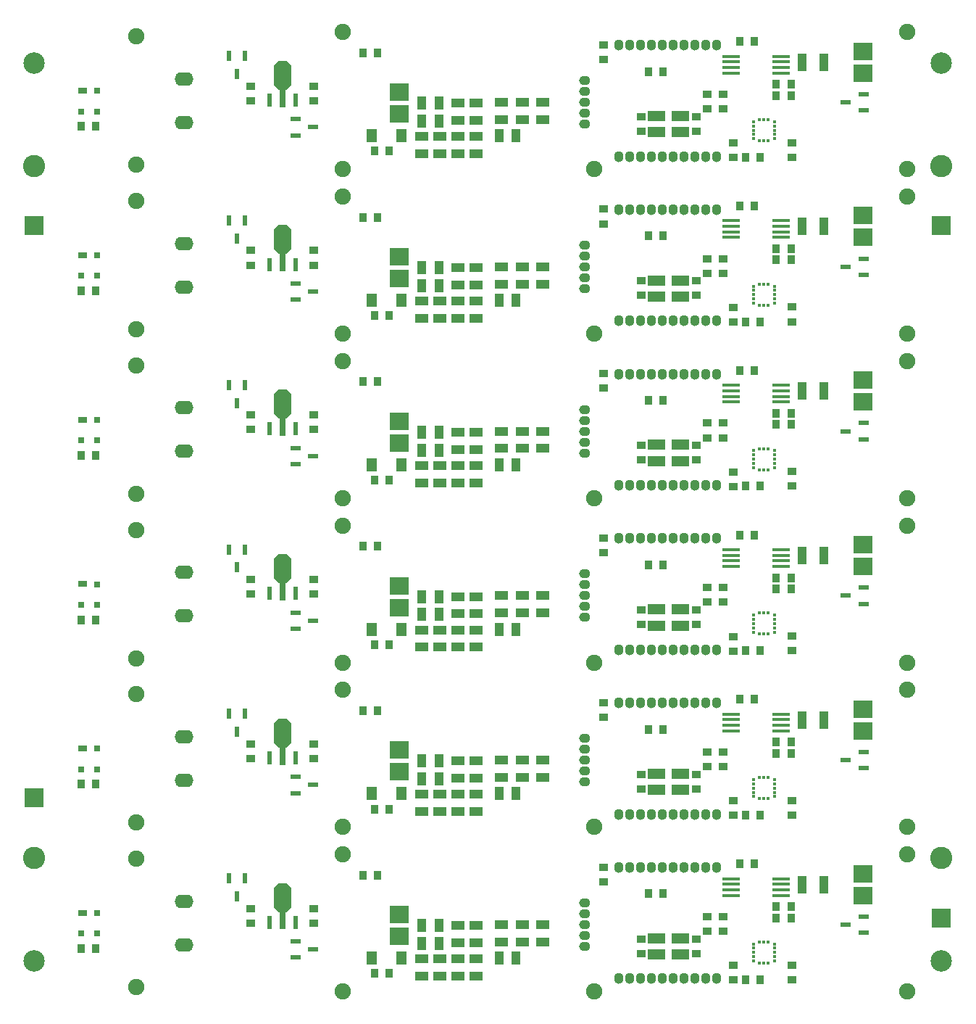
<source format=gbs>
%FSLAX44Y44*%
%MOMM*%
G71*
G01*
G75*
G04 Layer_Color=16711935*
%ADD10R,3.0000X0.5000*%
%ADD11R,2.5000X2.0000*%
%ADD12R,3.5000X2.0000*%
%ADD13R,0.9000X1.0000*%
%ADD14R,1.7000X0.3500*%
%ADD15R,2.2000X0.6000*%
%ADD16R,0.3500X2.1500*%
%ADD17R,0.3500X2.1500*%
%ADD18R,1.0000X2.0000*%
%ADD19R,1.3000X0.6000*%
%ADD20C,1.5000*%
%ADD21R,1.0000X0.9000*%
%ADD22R,1.0000X1.5000*%
%ADD23R,1.5000X1.0000*%
%ADD24R,0.9000X1.5000*%
%ADD25R,2.6000X2.8000*%
%ADD26R,1.0000X0.8000*%
%ADD27R,0.6000X1.3000*%
%ADD28C,0.3000*%
%ADD29C,0.4000*%
%ADD30C,0.5000*%
%ADD31C,0.2500*%
%ADD32C,0.3500*%
%ADD33C,1.0000*%
%ADD34C,0.6000*%
%ADD35C,2.4000*%
%ADD36R,2.0000X2.0000*%
%ADD37C,0.9000*%
%ADD38O,1.1000X1.3000*%
%ADD39O,1.3000X1.1000*%
%ADD40O,2.2000X1.6000*%
%ADD41R,2.2000X2.0000*%
%ADD42C,0.8000*%
%ADD43C,0.7000*%
%ADD44R,0.4500X0.3000*%
%ADD45R,0.3000X0.4500*%
%ADD46R,2.0000X0.3500*%
%ADD47R,0.8000X0.8000*%
%ADD48R,1.2000X1.6000*%
%ADD49R,2.0000X1.2000*%
%ADD50R,0.6000X1.6000*%
%ADD51R,0.7000X2.0000*%
G04:AMPARAMS|DCode=52|XSize=2mm|YSize=3.4mm|CornerRadius=0mm|HoleSize=0mm|Usage=FLASHONLY|Rotation=0.000|XOffset=0mm|YOffset=0mm|HoleType=Round|Shape=Octagon|*
%AMOCTAGOND52*
4,1,8,-0.5000,1.7000,0.5000,1.7000,1.0000,1.2000,1.0000,-1.2000,0.5000,-1.7000,-0.5000,-1.7000,-1.0000,-1.2000,-1.0000,1.2000,-0.5000,1.7000,0.0*
%
%ADD52OCTAGOND52*%

%ADD53C,0.3400*%
%ADD54C,0.2000*%
%ADD55C,0.1000*%
%ADD56C,0.1500*%
%ADD57C,0.2540*%
%ADD58C,1.9000*%
%ADD59C,2.5000*%
%ADD60C,2.6032*%
%ADD61R,2.2032X2.2032*%
D13*
X112000Y64000D02*
D03*
X95000D02*
D03*
X757750Y128000D02*
D03*
X774750D02*
D03*
X907000Y100000D02*
D03*
X924000D02*
D03*
X907000Y113000D02*
D03*
X924000D02*
D03*
X864000Y163000D02*
D03*
X881000D02*
D03*
X888000Y28000D02*
D03*
X871000D02*
D03*
X454250Y35000D02*
D03*
X437250D02*
D03*
X441000Y149750D02*
D03*
X424000D02*
D03*
X112000Y256000D02*
D03*
X95000D02*
D03*
X757750Y320000D02*
D03*
X774750D02*
D03*
X907000Y292000D02*
D03*
X924000D02*
D03*
X907000Y305000D02*
D03*
X924000D02*
D03*
X864000Y355000D02*
D03*
X881000D02*
D03*
X888000Y220000D02*
D03*
X871000D02*
D03*
X454250Y227000D02*
D03*
X437250D02*
D03*
X441000Y341750D02*
D03*
X424000D02*
D03*
X112000Y448000D02*
D03*
X95000D02*
D03*
X757750Y512000D02*
D03*
X774750D02*
D03*
X907000Y484000D02*
D03*
X924000D02*
D03*
X907000Y497000D02*
D03*
X924000D02*
D03*
X864000Y547000D02*
D03*
X881000D02*
D03*
X888000Y412000D02*
D03*
X871000D02*
D03*
X454250Y419000D02*
D03*
X437250D02*
D03*
X441000Y533750D02*
D03*
X424000D02*
D03*
X112000Y640000D02*
D03*
X95000D02*
D03*
X757750Y704000D02*
D03*
X774750D02*
D03*
X907000Y676000D02*
D03*
X924000D02*
D03*
X907000Y689000D02*
D03*
X924000D02*
D03*
X864000Y739000D02*
D03*
X881000D02*
D03*
X888000Y604000D02*
D03*
X871000D02*
D03*
X454250Y611000D02*
D03*
X437250D02*
D03*
X441000Y725750D02*
D03*
X424000D02*
D03*
X112000Y832000D02*
D03*
X95000D02*
D03*
X757750Y896000D02*
D03*
X774750D02*
D03*
X907000Y868000D02*
D03*
X924000D02*
D03*
X907000Y881000D02*
D03*
X924000D02*
D03*
X864000Y931000D02*
D03*
X881000D02*
D03*
X888000Y796000D02*
D03*
X871000D02*
D03*
X454250Y803000D02*
D03*
X437250D02*
D03*
X441000Y917750D02*
D03*
X424000D02*
D03*
X112000Y1024000D02*
D03*
X95000D02*
D03*
X757750Y1088000D02*
D03*
X774750D02*
D03*
X907000Y1060000D02*
D03*
X924000D02*
D03*
X907000Y1073000D02*
D03*
X924000D02*
D03*
X864000Y1123000D02*
D03*
X881000D02*
D03*
X888000Y988000D02*
D03*
X871000D02*
D03*
X454250Y995000D02*
D03*
X437250D02*
D03*
X441000Y1109750D02*
D03*
X424000D02*
D03*
D18*
X936800Y139000D02*
D03*
X962200D02*
D03*
X936800Y331000D02*
D03*
X962200D02*
D03*
X936800Y523000D02*
D03*
X962200D02*
D03*
X936800Y715000D02*
D03*
X962200D02*
D03*
X936800Y907000D02*
D03*
X962200D02*
D03*
X936800Y1099000D02*
D03*
X962200D02*
D03*
D19*
X345001Y53500D02*
D03*
Y72500D02*
D03*
X366001Y63000D02*
D03*
X1009000Y101500D02*
D03*
Y82500D02*
D03*
X988000Y92000D02*
D03*
X345001Y245500D02*
D03*
Y264500D02*
D03*
X366001Y255000D02*
D03*
X1009000Y293500D02*
D03*
Y274500D02*
D03*
X988000Y284000D02*
D03*
X345001Y437500D02*
D03*
Y456500D02*
D03*
X366001Y447000D02*
D03*
X1009000Y485500D02*
D03*
Y466500D02*
D03*
X988000Y476000D02*
D03*
X345001Y629500D02*
D03*
Y648500D02*
D03*
X366001Y639000D02*
D03*
X1009000Y677500D02*
D03*
Y658500D02*
D03*
X988000Y668000D02*
D03*
X345001Y821500D02*
D03*
Y840500D02*
D03*
X366001Y831000D02*
D03*
X1009000Y869500D02*
D03*
Y850500D02*
D03*
X988000Y860000D02*
D03*
X345001Y1013500D02*
D03*
Y1032500D02*
D03*
X366001Y1023000D02*
D03*
X1009000Y1061500D02*
D03*
Y1042500D02*
D03*
X988000Y1052000D02*
D03*
D21*
X844500Y101500D02*
D03*
Y84500D02*
D03*
X826500Y101500D02*
D03*
Y84500D02*
D03*
X705250Y142250D02*
D03*
Y159250D02*
D03*
X748750Y58500D02*
D03*
Y75500D02*
D03*
X813500Y75500D02*
D03*
Y58500D02*
D03*
X925000Y28000D02*
D03*
Y45000D02*
D03*
X856500Y44500D02*
D03*
Y27500D02*
D03*
X293001Y111000D02*
D03*
Y94000D02*
D03*
X366751Y111000D02*
D03*
Y94000D02*
D03*
X844500Y293500D02*
D03*
Y276500D02*
D03*
X826500Y293500D02*
D03*
Y276500D02*
D03*
X705250Y334250D02*
D03*
Y351250D02*
D03*
X748750Y250500D02*
D03*
Y267500D02*
D03*
X813500Y267500D02*
D03*
Y250500D02*
D03*
X925000Y220000D02*
D03*
Y237000D02*
D03*
X856500Y236500D02*
D03*
Y219500D02*
D03*
X293001Y303000D02*
D03*
Y286000D02*
D03*
X366751Y303000D02*
D03*
Y286000D02*
D03*
X844500Y485500D02*
D03*
Y468500D02*
D03*
X826500Y485500D02*
D03*
Y468500D02*
D03*
X705250Y526250D02*
D03*
Y543250D02*
D03*
X748750Y442500D02*
D03*
Y459500D02*
D03*
X813500Y459500D02*
D03*
Y442500D02*
D03*
X925000Y412000D02*
D03*
Y429000D02*
D03*
X856500Y428500D02*
D03*
Y411500D02*
D03*
X293001Y495000D02*
D03*
Y478000D02*
D03*
X366751Y495000D02*
D03*
Y478000D02*
D03*
X844500Y677500D02*
D03*
Y660500D02*
D03*
X826500Y677500D02*
D03*
Y660500D02*
D03*
X705250Y718250D02*
D03*
Y735250D02*
D03*
X748750Y634500D02*
D03*
Y651500D02*
D03*
X813500Y651500D02*
D03*
Y634500D02*
D03*
X925000Y604000D02*
D03*
Y621000D02*
D03*
X856500Y620500D02*
D03*
Y603500D02*
D03*
X293001Y687000D02*
D03*
Y670000D02*
D03*
X366751Y687000D02*
D03*
Y670000D02*
D03*
X844500Y869500D02*
D03*
Y852500D02*
D03*
X826500Y869500D02*
D03*
Y852500D02*
D03*
X705250Y910250D02*
D03*
Y927250D02*
D03*
X748750Y826500D02*
D03*
Y843500D02*
D03*
X813500Y843500D02*
D03*
Y826500D02*
D03*
X925000Y796000D02*
D03*
Y813000D02*
D03*
X856500Y812500D02*
D03*
Y795500D02*
D03*
X293001Y879000D02*
D03*
Y862000D02*
D03*
X366751Y879000D02*
D03*
Y862000D02*
D03*
X844500Y1061500D02*
D03*
Y1044500D02*
D03*
X826500Y1061500D02*
D03*
Y1044500D02*
D03*
X705250Y1102250D02*
D03*
Y1119250D02*
D03*
X748750Y1018500D02*
D03*
Y1035500D02*
D03*
X813500Y1035500D02*
D03*
Y1018500D02*
D03*
X925000Y988000D02*
D03*
Y1005000D02*
D03*
X856500Y1004500D02*
D03*
Y987500D02*
D03*
X293001Y1071000D02*
D03*
Y1054000D02*
D03*
X366751Y1071000D02*
D03*
Y1054000D02*
D03*
D22*
X512999Y70000D02*
D03*
X492999D02*
D03*
Y91000D02*
D03*
X512999D02*
D03*
X582999Y53000D02*
D03*
X602999D02*
D03*
X512999Y262000D02*
D03*
X492999D02*
D03*
Y283000D02*
D03*
X512999D02*
D03*
X582999Y245000D02*
D03*
X602999D02*
D03*
X512999Y454000D02*
D03*
X492999D02*
D03*
Y475000D02*
D03*
X512999D02*
D03*
X582999Y437000D02*
D03*
X602999D02*
D03*
X512999Y646000D02*
D03*
X492999D02*
D03*
Y667000D02*
D03*
X512999D02*
D03*
X582999Y629000D02*
D03*
X602999D02*
D03*
X512999Y838000D02*
D03*
X492999D02*
D03*
Y859000D02*
D03*
X512999D02*
D03*
X582999Y821000D02*
D03*
X602999D02*
D03*
X512999Y1030000D02*
D03*
X492999D02*
D03*
Y1051000D02*
D03*
X512999D02*
D03*
X582999Y1013000D02*
D03*
X602999D02*
D03*
D23*
X513999Y32000D02*
D03*
Y52000D02*
D03*
X492999D02*
D03*
Y32000D02*
D03*
X534999Y52000D02*
D03*
Y32000D02*
D03*
X555999Y52000D02*
D03*
Y32000D02*
D03*
X534999Y91000D02*
D03*
Y71000D02*
D03*
X555999D02*
D03*
Y91000D02*
D03*
X585999Y72000D02*
D03*
Y92000D02*
D03*
X609999Y72000D02*
D03*
Y92000D02*
D03*
X633999Y72000D02*
D03*
Y92000D02*
D03*
X513999Y224000D02*
D03*
Y244000D02*
D03*
X492999D02*
D03*
Y224000D02*
D03*
X534999Y244000D02*
D03*
Y224000D02*
D03*
X555999Y244000D02*
D03*
Y224000D02*
D03*
X534999Y283000D02*
D03*
Y263000D02*
D03*
X555999D02*
D03*
Y283000D02*
D03*
X585999Y264000D02*
D03*
Y284000D02*
D03*
X609999Y264000D02*
D03*
Y284000D02*
D03*
X633999Y264000D02*
D03*
Y284000D02*
D03*
X513999Y416000D02*
D03*
Y436000D02*
D03*
X492999D02*
D03*
Y416000D02*
D03*
X534999Y436000D02*
D03*
Y416000D02*
D03*
X555999Y436000D02*
D03*
Y416000D02*
D03*
X534999Y475000D02*
D03*
Y455000D02*
D03*
X555999D02*
D03*
Y475000D02*
D03*
X585999Y456000D02*
D03*
Y476000D02*
D03*
X609999Y456000D02*
D03*
Y476000D02*
D03*
X633999Y456000D02*
D03*
Y476000D02*
D03*
X513999Y608000D02*
D03*
Y628000D02*
D03*
X492999D02*
D03*
Y608000D02*
D03*
X534999Y628000D02*
D03*
Y608000D02*
D03*
X555999Y628000D02*
D03*
Y608000D02*
D03*
X534999Y667000D02*
D03*
Y647000D02*
D03*
X555999D02*
D03*
Y667000D02*
D03*
X585999Y648000D02*
D03*
Y668000D02*
D03*
X609999Y648000D02*
D03*
Y668000D02*
D03*
X633999Y648000D02*
D03*
Y668000D02*
D03*
X513999Y800000D02*
D03*
Y820000D02*
D03*
X492999D02*
D03*
Y800000D02*
D03*
X534999Y820000D02*
D03*
Y800000D02*
D03*
X555999Y820000D02*
D03*
Y800000D02*
D03*
X534999Y859000D02*
D03*
Y839000D02*
D03*
X555999D02*
D03*
Y859000D02*
D03*
X585999Y840000D02*
D03*
Y860000D02*
D03*
X609999Y840000D02*
D03*
Y860000D02*
D03*
X633999Y840000D02*
D03*
Y860000D02*
D03*
X513999Y992000D02*
D03*
Y1012000D02*
D03*
X492999D02*
D03*
Y992000D02*
D03*
X534999Y1012000D02*
D03*
Y992000D02*
D03*
X555999Y1012000D02*
D03*
Y992000D02*
D03*
X534999Y1051000D02*
D03*
Y1031000D02*
D03*
X555999D02*
D03*
Y1051000D02*
D03*
X585999Y1032000D02*
D03*
Y1052000D02*
D03*
X609999Y1032000D02*
D03*
Y1052000D02*
D03*
X633999Y1032000D02*
D03*
Y1052000D02*
D03*
D26*
X96500Y105700D02*
D03*
Y297700D02*
D03*
Y489700D02*
D03*
Y681700D02*
D03*
Y873700D02*
D03*
Y1065700D02*
D03*
D27*
X276750Y125000D02*
D03*
X286250Y146000D02*
D03*
X267250D02*
D03*
X276750Y317000D02*
D03*
X286250Y338000D02*
D03*
X267250D02*
D03*
X276750Y509000D02*
D03*
X286250Y530000D02*
D03*
X267250D02*
D03*
X276750Y701000D02*
D03*
X286250Y722000D02*
D03*
X267250D02*
D03*
X276750Y893000D02*
D03*
X286250Y914000D02*
D03*
X267250D02*
D03*
X276750Y1085000D02*
D03*
X286250Y1106000D02*
D03*
X267250D02*
D03*
D38*
X722500Y29000D02*
D03*
X735200D02*
D03*
X747900D02*
D03*
X760600D02*
D03*
X773300D02*
D03*
X786000D02*
D03*
X798700D02*
D03*
X811400D02*
D03*
X824100D02*
D03*
X836800D02*
D03*
X722500Y159000D02*
D03*
X735200D02*
D03*
X747900D02*
D03*
X760600D02*
D03*
X773300D02*
D03*
X786000D02*
D03*
X798700D02*
D03*
X811400D02*
D03*
X824100D02*
D03*
X836800D02*
D03*
X722500Y221000D02*
D03*
X735200D02*
D03*
X747900D02*
D03*
X760600D02*
D03*
X773300D02*
D03*
X786000D02*
D03*
X798700D02*
D03*
X811400D02*
D03*
X824100D02*
D03*
X836800D02*
D03*
X722500Y351000D02*
D03*
X735200D02*
D03*
X747900D02*
D03*
X760600D02*
D03*
X773300D02*
D03*
X786000D02*
D03*
X798700D02*
D03*
X811400D02*
D03*
X824100D02*
D03*
X836800D02*
D03*
X722500Y413000D02*
D03*
X735200D02*
D03*
X747900D02*
D03*
X760600D02*
D03*
X773300D02*
D03*
X786000D02*
D03*
X798700D02*
D03*
X811400D02*
D03*
X824100D02*
D03*
X836800D02*
D03*
X722500Y543000D02*
D03*
X735200D02*
D03*
X747900D02*
D03*
X760600D02*
D03*
X773300D02*
D03*
X786000D02*
D03*
X798700D02*
D03*
X811400D02*
D03*
X824100D02*
D03*
X836800D02*
D03*
X722500Y605000D02*
D03*
X735200D02*
D03*
X747900D02*
D03*
X760600D02*
D03*
X773300D02*
D03*
X786000D02*
D03*
X798700D02*
D03*
X811400D02*
D03*
X824100D02*
D03*
X836800D02*
D03*
X722500Y735000D02*
D03*
X735200D02*
D03*
X747900D02*
D03*
X760600D02*
D03*
X773300D02*
D03*
X786000D02*
D03*
X798700D02*
D03*
X811400D02*
D03*
X824100D02*
D03*
X836800D02*
D03*
X722500Y797000D02*
D03*
X735200D02*
D03*
X747900D02*
D03*
X760600D02*
D03*
X773300D02*
D03*
X786000D02*
D03*
X798700D02*
D03*
X811400D02*
D03*
X824100D02*
D03*
X836800D02*
D03*
X722500Y927000D02*
D03*
X735200D02*
D03*
X747900D02*
D03*
X760600D02*
D03*
X773300D02*
D03*
X786000D02*
D03*
X798700D02*
D03*
X811400D02*
D03*
X824100D02*
D03*
X836800D02*
D03*
X722500Y989000D02*
D03*
X735200D02*
D03*
X747900D02*
D03*
X760600D02*
D03*
X773300D02*
D03*
X786000D02*
D03*
X798700D02*
D03*
X811400D02*
D03*
X824100D02*
D03*
X836800D02*
D03*
X722500Y1119000D02*
D03*
X735200D02*
D03*
X747900D02*
D03*
X760600D02*
D03*
X773300D02*
D03*
X786000D02*
D03*
X798700D02*
D03*
X811400D02*
D03*
X824100D02*
D03*
X836800D02*
D03*
D39*
X683250Y117550D02*
D03*
Y104850D02*
D03*
Y92150D02*
D03*
Y79450D02*
D03*
Y66750D02*
D03*
Y309550D02*
D03*
Y296850D02*
D03*
Y284150D02*
D03*
Y271450D02*
D03*
Y258750D02*
D03*
Y501550D02*
D03*
Y488850D02*
D03*
Y476150D02*
D03*
Y463450D02*
D03*
Y450750D02*
D03*
Y693550D02*
D03*
Y680850D02*
D03*
Y668150D02*
D03*
Y655450D02*
D03*
Y642750D02*
D03*
Y885550D02*
D03*
Y872850D02*
D03*
Y860150D02*
D03*
Y847450D02*
D03*
Y834750D02*
D03*
Y1077550D02*
D03*
Y1064850D02*
D03*
Y1052150D02*
D03*
Y1039450D02*
D03*
Y1026750D02*
D03*
D40*
X215000Y68600D02*
D03*
Y119400D02*
D03*
Y260600D02*
D03*
Y311400D02*
D03*
Y452600D02*
D03*
Y503400D02*
D03*
Y644600D02*
D03*
Y695400D02*
D03*
Y836600D02*
D03*
Y887400D02*
D03*
Y1028600D02*
D03*
Y1079400D02*
D03*
D41*
X1008500Y126300D02*
D03*
Y151700D02*
D03*
X466250Y78300D02*
D03*
Y103700D02*
D03*
X1008500Y318300D02*
D03*
Y343700D02*
D03*
X466250Y270300D02*
D03*
Y295700D02*
D03*
X1008500Y510300D02*
D03*
Y535700D02*
D03*
X466250Y462300D02*
D03*
Y487700D02*
D03*
X1008500Y702300D02*
D03*
Y727700D02*
D03*
X466250Y654300D02*
D03*
Y679700D02*
D03*
X1008500Y894300D02*
D03*
Y919700D02*
D03*
X466250Y846300D02*
D03*
Y871700D02*
D03*
X1008500Y1086300D02*
D03*
Y1111700D02*
D03*
X466250Y1038300D02*
D03*
Y1063700D02*
D03*
D44*
X880250Y49500D02*
D03*
Y54500D02*
D03*
Y59500D02*
D03*
Y64500D02*
D03*
Y69500D02*
D03*
X904750D02*
D03*
Y64500D02*
D03*
Y59500D02*
D03*
Y54500D02*
D03*
Y49500D02*
D03*
X880250Y241500D02*
D03*
Y246500D02*
D03*
Y251500D02*
D03*
Y256500D02*
D03*
Y261500D02*
D03*
X904750D02*
D03*
Y256500D02*
D03*
Y251500D02*
D03*
Y246500D02*
D03*
Y241500D02*
D03*
X880250Y433500D02*
D03*
Y438500D02*
D03*
Y443500D02*
D03*
Y448500D02*
D03*
Y453500D02*
D03*
X904750D02*
D03*
Y448500D02*
D03*
Y443500D02*
D03*
Y438500D02*
D03*
Y433500D02*
D03*
X880250Y625500D02*
D03*
Y630500D02*
D03*
Y635500D02*
D03*
Y640500D02*
D03*
Y645500D02*
D03*
X904750D02*
D03*
Y640500D02*
D03*
Y635500D02*
D03*
Y630500D02*
D03*
Y625500D02*
D03*
X880250Y817500D02*
D03*
Y822500D02*
D03*
Y827500D02*
D03*
Y832500D02*
D03*
Y837500D02*
D03*
X904750D02*
D03*
Y832500D02*
D03*
Y827500D02*
D03*
Y822500D02*
D03*
Y817500D02*
D03*
X880250Y1009500D02*
D03*
Y1014500D02*
D03*
Y1019500D02*
D03*
Y1024500D02*
D03*
Y1029500D02*
D03*
X904750D02*
D03*
Y1024500D02*
D03*
Y1019500D02*
D03*
Y1014500D02*
D03*
Y1009500D02*
D03*
D45*
X887500Y71750D02*
D03*
X892500D02*
D03*
X897500D02*
D03*
Y47250D02*
D03*
X892500D02*
D03*
X887500D02*
D03*
Y263750D02*
D03*
X892500D02*
D03*
X897500D02*
D03*
Y239250D02*
D03*
X892500D02*
D03*
X887500D02*
D03*
Y455750D02*
D03*
X892500D02*
D03*
X897500D02*
D03*
Y431250D02*
D03*
X892500D02*
D03*
X887500D02*
D03*
Y647750D02*
D03*
X892500D02*
D03*
X897500D02*
D03*
Y623250D02*
D03*
X892500D02*
D03*
X887500D02*
D03*
Y839750D02*
D03*
X892500D02*
D03*
X897500D02*
D03*
Y815250D02*
D03*
X892500D02*
D03*
X887500D02*
D03*
Y1031750D02*
D03*
X892500D02*
D03*
X897500D02*
D03*
Y1007250D02*
D03*
X892500D02*
D03*
X887500D02*
D03*
D46*
X854500Y126250D02*
D03*
Y132750D02*
D03*
Y139250D02*
D03*
Y145750D02*
D03*
X912500Y126250D02*
D03*
Y132750D02*
D03*
Y139250D02*
D03*
Y145750D02*
D03*
X854500Y318250D02*
D03*
Y324750D02*
D03*
Y331250D02*
D03*
Y337750D02*
D03*
X912500Y318250D02*
D03*
Y324750D02*
D03*
Y331250D02*
D03*
Y337750D02*
D03*
X854500Y510250D02*
D03*
Y516750D02*
D03*
Y523250D02*
D03*
Y529750D02*
D03*
X912500Y510250D02*
D03*
Y516750D02*
D03*
Y523250D02*
D03*
Y529750D02*
D03*
X854500Y702250D02*
D03*
Y708750D02*
D03*
Y715250D02*
D03*
Y721750D02*
D03*
X912500Y702250D02*
D03*
Y708750D02*
D03*
Y715250D02*
D03*
Y721750D02*
D03*
X854500Y894250D02*
D03*
Y900750D02*
D03*
Y907250D02*
D03*
Y913750D02*
D03*
X912500Y894250D02*
D03*
Y900750D02*
D03*
Y907250D02*
D03*
Y913750D02*
D03*
X854500Y1086250D02*
D03*
Y1092750D02*
D03*
Y1099250D02*
D03*
Y1105750D02*
D03*
X912500Y1086250D02*
D03*
Y1092750D02*
D03*
Y1099250D02*
D03*
Y1105750D02*
D03*
D47*
X113500Y105500D02*
D03*
X94500Y81500D02*
D03*
X113500D02*
D03*
Y297500D02*
D03*
X94500Y273500D02*
D03*
X113500D02*
D03*
Y489500D02*
D03*
X94500Y465500D02*
D03*
X113500D02*
D03*
Y681500D02*
D03*
X94500Y657500D02*
D03*
X113500D02*
D03*
Y873500D02*
D03*
X94500Y849500D02*
D03*
X113500D02*
D03*
Y1065500D02*
D03*
X94500Y1041500D02*
D03*
X113500D02*
D03*
D48*
X468750Y53000D02*
D03*
X434250D02*
D03*
X468750Y245000D02*
D03*
X434250D02*
D03*
X468750Y437000D02*
D03*
X434250D02*
D03*
X468750Y629000D02*
D03*
X434250D02*
D03*
X468750Y821000D02*
D03*
X434250D02*
D03*
X468750Y1013000D02*
D03*
X434250D02*
D03*
D49*
X767250Y57250D02*
D03*
X795250D02*
D03*
Y76250D02*
D03*
X767250D02*
D03*
Y249250D02*
D03*
X795250D02*
D03*
Y268250D02*
D03*
X767250D02*
D03*
Y441250D02*
D03*
X795250D02*
D03*
Y460250D02*
D03*
X767250D02*
D03*
Y633250D02*
D03*
X795250D02*
D03*
Y652250D02*
D03*
X767250D02*
D03*
Y825250D02*
D03*
X795250D02*
D03*
Y844250D02*
D03*
X767250D02*
D03*
Y1017250D02*
D03*
X795250D02*
D03*
Y1036250D02*
D03*
X767250D02*
D03*
D50*
X345001Y94750D02*
D03*
X315001D02*
D03*
X345001Y286750D02*
D03*
X315001D02*
D03*
X345001Y478750D02*
D03*
X315001D02*
D03*
X345001Y670750D02*
D03*
X315001D02*
D03*
X345001Y862750D02*
D03*
X315001D02*
D03*
X345001Y1054750D02*
D03*
X315001D02*
D03*
D51*
X330001Y96750D02*
D03*
Y288750D02*
D03*
Y480750D02*
D03*
Y672750D02*
D03*
Y864750D02*
D03*
Y1056750D02*
D03*
D52*
Y123750D02*
D03*
Y315750D02*
D03*
Y507750D02*
D03*
Y699750D02*
D03*
Y891750D02*
D03*
Y1083750D02*
D03*
D58*
X1060000Y14000D02*
D03*
X400000Y174000D02*
D03*
Y14000D02*
D03*
X1060000Y174000D02*
D03*
X159000Y19000D02*
D03*
Y169000D02*
D03*
X694000Y14000D02*
D03*
X1060000Y206000D02*
D03*
X400000Y366000D02*
D03*
Y206000D02*
D03*
X1060000Y366000D02*
D03*
X159000Y211000D02*
D03*
Y361000D02*
D03*
X694000Y206000D02*
D03*
X1060000Y398000D02*
D03*
X400000Y558000D02*
D03*
Y398000D02*
D03*
X1060000Y558000D02*
D03*
X159000Y403000D02*
D03*
Y553000D02*
D03*
X694000Y398000D02*
D03*
X1060000Y590000D02*
D03*
X400000Y750000D02*
D03*
Y590000D02*
D03*
X1060000Y750000D02*
D03*
X159000Y595000D02*
D03*
Y745000D02*
D03*
X694000Y590000D02*
D03*
X1060000Y782000D02*
D03*
X400000Y942000D02*
D03*
Y782000D02*
D03*
X1060000Y942000D02*
D03*
X159000Y787000D02*
D03*
Y937000D02*
D03*
X694000Y782000D02*
D03*
X1060000Y974000D02*
D03*
X400000Y1134000D02*
D03*
Y974000D02*
D03*
X1060000Y1134000D02*
D03*
X159000Y979000D02*
D03*
Y1129000D02*
D03*
X694000Y974000D02*
D03*
D59*
X40000Y1098000D02*
D03*
X1100000Y50000D02*
D03*
X1100000Y1098000D02*
D03*
X40000Y50000D02*
D03*
D60*
Y978000D02*
D03*
X1100000Y170000D02*
D03*
Y978000D02*
D03*
X40000Y170000D02*
D03*
D61*
Y908000D02*
D03*
X1100000Y100000D02*
D03*
Y908000D02*
D03*
X40000Y240000D02*
D03*
M02*

</source>
